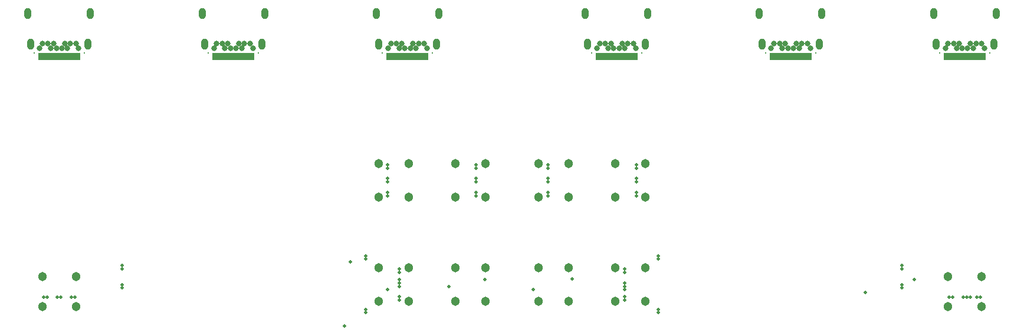
<source format=gbr>
%TF.GenerationSoftware,Altium Limited,Altium Designer,22.5.1 (42)*%
G04 Layer_Color=16711935*
%FSLAX26Y26*%
%MOIN*%
%TF.SameCoordinates,16E36816-DCA1-4F18-AD40-64303467345E*%
%TF.FilePolarity,Negative*%
%TF.FileFunction,Soldermask,Bot*%
%TF.Part,Single*%
G01*
G75*
%TA.AperFunction,ConnectorPad*%
%ADD30R,0.019811X0.043433*%
%TA.AperFunction,ComponentPad*%
%ADD31C,0.051307*%
%ADD32C,0.031622*%
%ADD33O,0.039496X0.063118*%
%ADD34C,0.008000*%
%TA.AperFunction,ViaPad*%
%ADD35C,0.019811*%
D30*
X4832676Y2905512D02*
D03*
X4812992D02*
D03*
X4793306D02*
D03*
X4773621D02*
D03*
X4753936D02*
D03*
X4734251D02*
D03*
X4714566D02*
D03*
X4694881D02*
D03*
X4675196D02*
D03*
X4655511D02*
D03*
X4635826D02*
D03*
X4616141D02*
D03*
X6801181D02*
D03*
X6781495D02*
D03*
X6761810D02*
D03*
X6742125D02*
D03*
X6722440D02*
D03*
X6702755D02*
D03*
X6683070D02*
D03*
X6663385D02*
D03*
X6643700D02*
D03*
X6624015D02*
D03*
X6604330D02*
D03*
X6584645D02*
D03*
X5816928D02*
D03*
X5797243D02*
D03*
X5777558D02*
D03*
X5757873D02*
D03*
X5738188D02*
D03*
X5718503D02*
D03*
X5698818D02*
D03*
X5679133D02*
D03*
X5659448D02*
D03*
X5639763D02*
D03*
X5620078D02*
D03*
X5600393D02*
D03*
X3651574D02*
D03*
X3631889D02*
D03*
X3612204D02*
D03*
X3592519D02*
D03*
X3572834D02*
D03*
X3553149D02*
D03*
X3533464D02*
D03*
X3513779D02*
D03*
X3494094D02*
D03*
X3474409D02*
D03*
X3454724D02*
D03*
X3435039D02*
D03*
X2667322D02*
D03*
X2647637D02*
D03*
X2627952D02*
D03*
X2608267D02*
D03*
X2588582D02*
D03*
X2568897D02*
D03*
X2549212D02*
D03*
X2529527D02*
D03*
X2509842D02*
D03*
X2490157D02*
D03*
X2470472D02*
D03*
X2450787D02*
D03*
X1683070D02*
D03*
X1663385D02*
D03*
X1643700D02*
D03*
X1624015D02*
D03*
X1604330D02*
D03*
X1584645D02*
D03*
X1564960D02*
D03*
X1545275D02*
D03*
X1525590D02*
D03*
X1505905D02*
D03*
X1486220D02*
D03*
X1466535D02*
D03*
D31*
X3812992Y1708661D02*
D03*
Y1519685D02*
D03*
X3982284D02*
D03*
Y1708661D02*
D03*
X6598425Y1659449D02*
D03*
X6787402D02*
D03*
Y1490157D02*
D03*
X6598425D02*
D03*
X4718504Y1519685D02*
D03*
Y1708661D02*
D03*
X4887795D02*
D03*
Y1519685D02*
D03*
X4285433D02*
D03*
Y1708661D02*
D03*
X4454724D02*
D03*
Y1519685D02*
D03*
X4887795Y2299213D02*
D03*
Y2110236D02*
D03*
X4718504D02*
D03*
Y2299213D02*
D03*
X4285433Y2110236D02*
D03*
Y2299213D02*
D03*
X4454724D02*
D03*
Y2110236D02*
D03*
X3982284Y2299213D02*
D03*
Y2110236D02*
D03*
X3812992D02*
D03*
Y2299213D02*
D03*
X3379921Y2110236D02*
D03*
Y2299213D02*
D03*
X3549213D02*
D03*
Y2110236D02*
D03*
X1480315Y1659449D02*
D03*
X1669291D02*
D03*
Y1490157D02*
D03*
X1480315D02*
D03*
X3549213Y1708661D02*
D03*
Y1519685D02*
D03*
X3379921D02*
D03*
Y1708661D02*
D03*
D32*
X4834645Y2953150D02*
D03*
X4818897Y2980709D02*
D03*
X4787401D02*
D03*
X4771653Y2953150D02*
D03*
X4755905Y2980709D02*
D03*
X4740157Y2953150D02*
D03*
X4708661D02*
D03*
X4692913Y2980709D02*
D03*
X4677165Y2953150D02*
D03*
X4661417Y2980709D02*
D03*
X4629921D02*
D03*
X4614173Y2953150D02*
D03*
X6803149D02*
D03*
X6787401Y2980709D02*
D03*
X6755905D02*
D03*
X6740157Y2953150D02*
D03*
X6724409Y2980709D02*
D03*
X6708661Y2953150D02*
D03*
X6677165D02*
D03*
X6661417Y2980709D02*
D03*
X6645669Y2953150D02*
D03*
X6629921Y2980709D02*
D03*
X6598425D02*
D03*
X6582677Y2953150D02*
D03*
X5818897D02*
D03*
X5803149Y2980709D02*
D03*
X5771653D02*
D03*
X5755905Y2953150D02*
D03*
X5740157Y2980709D02*
D03*
X5724409Y2953150D02*
D03*
X5692913D02*
D03*
X5677165Y2980709D02*
D03*
X5661417Y2953150D02*
D03*
X5645669Y2980709D02*
D03*
X5614173D02*
D03*
X5598425Y2953150D02*
D03*
X3653543D02*
D03*
X3637795Y2980709D02*
D03*
X3606299D02*
D03*
X3590551Y2953150D02*
D03*
X3574803Y2980709D02*
D03*
X3559055Y2953150D02*
D03*
X3527559D02*
D03*
X3511810Y2980709D02*
D03*
X3496062Y2953150D02*
D03*
X3480314Y2980709D02*
D03*
X3448818D02*
D03*
X3433070Y2953150D02*
D03*
X2669291D02*
D03*
X2653543Y2980709D02*
D03*
X2622047D02*
D03*
X2606299Y2953150D02*
D03*
X2590551Y2980709D02*
D03*
X2574802Y2953150D02*
D03*
X2543307D02*
D03*
X2527558Y2980709D02*
D03*
X2511810Y2953150D02*
D03*
X2496062Y2980709D02*
D03*
X2464566D02*
D03*
X2448818Y2953150D02*
D03*
X1685039D02*
D03*
X1669291Y2980709D02*
D03*
X1637795D02*
D03*
X1622047Y2953150D02*
D03*
X1606299Y2980709D02*
D03*
X1590551Y2953150D02*
D03*
X1559054D02*
D03*
X1543306Y2980709D02*
D03*
X1527558Y2953150D02*
D03*
X1511810Y2980709D02*
D03*
X1480314D02*
D03*
X1464566Y2953150D02*
D03*
D33*
X4901181Y3149606D02*
D03*
X4547637D02*
D03*
X4561810Y2976378D02*
D03*
X4887007D02*
D03*
X6869685Y3149606D02*
D03*
X6516141D02*
D03*
X6530314Y2976378D02*
D03*
X6855511D02*
D03*
X5885432Y3149606D02*
D03*
X5531889D02*
D03*
X5546062Y2976378D02*
D03*
X5871259D02*
D03*
X3720078Y3149606D02*
D03*
X3366535D02*
D03*
X3380708Y2976378D02*
D03*
X3705905D02*
D03*
X2735826Y3149606D02*
D03*
X2382283D02*
D03*
X2396456Y2976378D02*
D03*
X2721653D02*
D03*
X1751574Y3149606D02*
D03*
X1398031D02*
D03*
X1412204Y2976378D02*
D03*
X1737401D02*
D03*
D34*
X4866141Y2927559D02*
D03*
X4582676D02*
D03*
X6834645D02*
D03*
X6551181D02*
D03*
X5850393D02*
D03*
X5566928D02*
D03*
X3685039D02*
D03*
X3401574D02*
D03*
X2700787D02*
D03*
X2417322D02*
D03*
X1716535D02*
D03*
X1433070D02*
D03*
D35*
X3220472Y1741142D02*
D03*
X4473425Y1644685D02*
D03*
X3775590Y1603347D02*
D03*
X4253937Y1584646D02*
D03*
X3980315Y1643701D02*
D03*
X4675197Y2905512D02*
D03*
X4773623D02*
D03*
X3494095D02*
D03*
X3592520D02*
D03*
X3533463D02*
D03*
X3553150D02*
D03*
X3474408D02*
D03*
X3454723D02*
D03*
X3631888D02*
D03*
X3612203D02*
D03*
X4655514D02*
D03*
X4635828D02*
D03*
X4812994D02*
D03*
X4793309D02*
D03*
X4714566D02*
D03*
X1584647D02*
D03*
X2568899D02*
D03*
X4734254D02*
D03*
X5718506D02*
D03*
X6702758D02*
D03*
X6702756Y1542126D02*
D03*
X4770472Y1604331D02*
D03*
X4960630Y1759842D02*
D03*
Y1777559D02*
D03*
X4770472Y1702756D02*
D03*
Y1683071D02*
D03*
X4960630Y1455709D02*
D03*
Y1473425D02*
D03*
X4770472Y1545276D02*
D03*
Y1525591D02*
D03*
X6338583Y1594488D02*
D03*
Y1612205D02*
D03*
X6338583Y1703740D02*
D03*
Y1721457D02*
D03*
X6761811Y1542126D02*
D03*
X6781496D02*
D03*
X4770472Y1624016D02*
D03*
X6604331Y1542126D02*
D03*
X6624016D02*
D03*
X6683071D02*
D03*
X6128937Y1569882D02*
D03*
X4770472Y1584646D02*
D03*
X6722441Y1542126D02*
D03*
X6408465Y1643701D02*
D03*
X1584646Y1542126D02*
D03*
X1564961D02*
D03*
X1643701D02*
D03*
X1663386D02*
D03*
X3497244Y1604331D02*
D03*
Y1624016D02*
D03*
X3187008Y1377953D02*
D03*
X3431890Y1584646D02*
D03*
X3497244Y1643701D02*
D03*
Y1525591D02*
D03*
Y1545276D02*
D03*
X3307087Y1473425D02*
D03*
Y1455709D02*
D03*
X3497244Y1683071D02*
D03*
Y1702756D02*
D03*
X3307087Y1777559D02*
D03*
Y1759842D02*
D03*
X1486220Y1542126D02*
D03*
X1505906D02*
D03*
X1929134Y1721457D02*
D03*
Y1703740D02*
D03*
X1929134Y1612205D02*
D03*
Y1594488D02*
D03*
X2529527Y2905512D02*
D03*
X3930315Y2116142D02*
D03*
Y2135827D02*
D03*
Y2273622D02*
D03*
Y2293307D02*
D03*
X2608268Y2905512D02*
D03*
X2509843D02*
D03*
X3930315Y2194882D02*
D03*
Y2214567D02*
D03*
X5679133Y2905512D02*
D03*
X6663385D02*
D03*
X4835827Y2194882D02*
D03*
X6643701Y2905512D02*
D03*
X6742127D02*
D03*
X4835827Y2214567D02*
D03*
Y2135827D02*
D03*
Y2116142D02*
D03*
Y2273622D02*
D03*
Y2293307D02*
D03*
X4337401Y2214567D02*
D03*
Y2194882D02*
D03*
X5757873Y2905512D02*
D03*
X5659448D02*
D03*
X4337401Y2293307D02*
D03*
Y2273622D02*
D03*
Y2135827D02*
D03*
Y2116142D02*
D03*
X1545275Y2905512D02*
D03*
X1624015D02*
D03*
X1525590D02*
D03*
X3431890Y2214567D02*
D03*
Y2194882D02*
D03*
Y2135827D02*
D03*
Y2116142D02*
D03*
Y2273622D02*
D03*
Y2293307D02*
D03*
%TF.MD5,295202b56bbae36314cb3ba9d09c5aca*%
M02*

</source>
